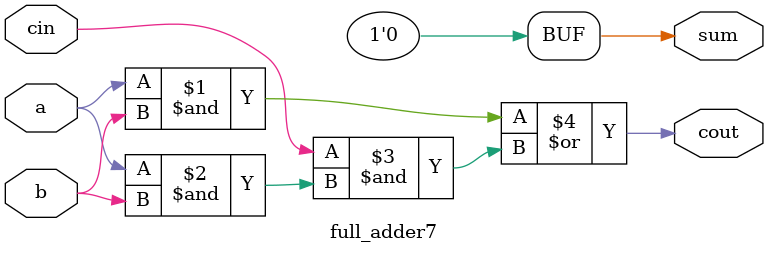
<source format=v>
module full_adder7(a,b,cin,sum,cout);
input a,b,cin;
output sum,cout;
assign sum = 1'b0;
assign cout = a&b|cin&(a&b); 
// initial begin
//     $display("The incorrect adder with xor1 having out/0");
// end   
endmodule
</source>
